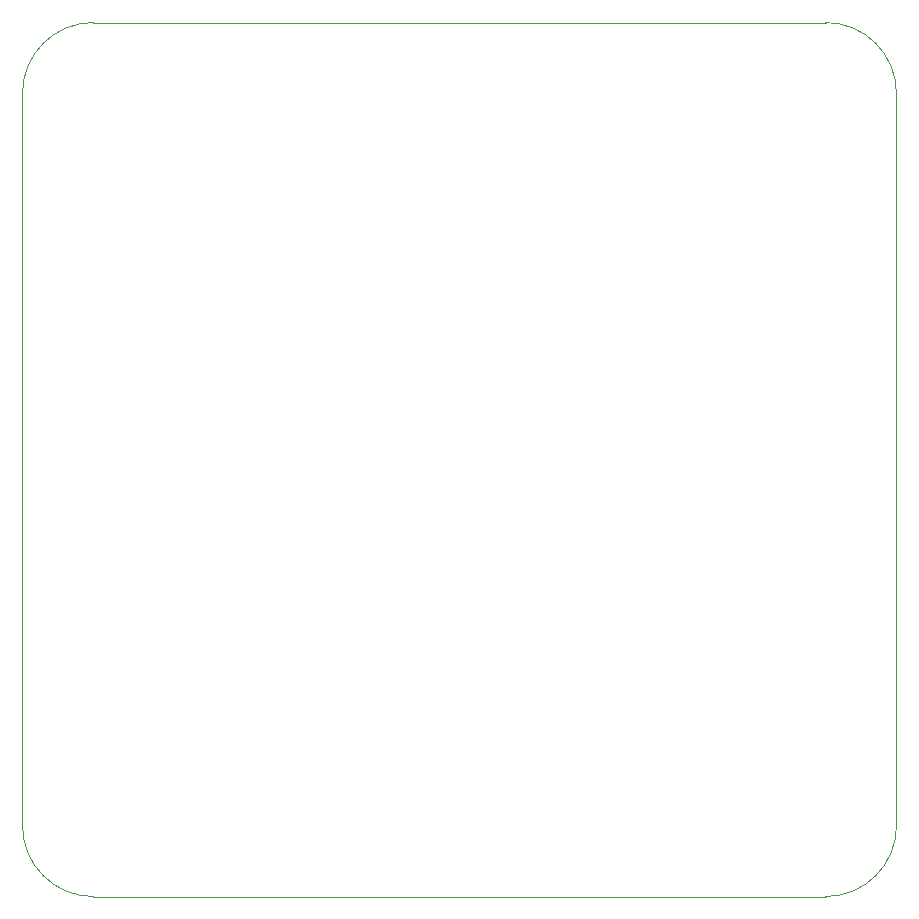
<source format=gm1>
G04 #@! TF.GenerationSoftware,KiCad,Pcbnew,7.0.1*
G04 #@! TF.CreationDate,2023-05-07T18:37:19+02:00*
G04 #@! TF.ProjectId,carte_v2,63617274-655f-4763-922e-6b696361645f,rev?*
G04 #@! TF.SameCoordinates,Original*
G04 #@! TF.FileFunction,Profile,NP*
%FSLAX46Y46*%
G04 Gerber Fmt 4.6, Leading zero omitted, Abs format (unit mm)*
G04 Created by KiCad (PCBNEW 7.0.1) date 2023-05-07 18:37:19*
%MOMM*%
%LPD*%
G01*
G04 APERTURE LIST*
G04 #@! TA.AperFunction,Profile*
%ADD10C,0.100000*%
G04 #@! TD*
G04 APERTURE END LIST*
D10*
X123000000Y-33000000D02*
G75*
G03*
X117000000Y-39000000I0J-6000000D01*
G01*
X191000000Y-39000000D02*
X191000000Y-101000000D01*
X185000000Y-107000000D02*
G75*
G03*
X191000000Y-101000000I0J6000000D01*
G01*
X117000000Y-101000000D02*
X117000000Y-39000000D01*
X117000000Y-101000000D02*
G75*
G03*
X123000000Y-107000000I6000000J0D01*
G01*
X185000000Y-33000000D02*
X123000000Y-33000000D01*
X191000000Y-39000000D02*
G75*
G03*
X185000000Y-33000000I-6000000J0D01*
G01*
X185000000Y-107000000D02*
X123000000Y-107000000D01*
M02*

</source>
